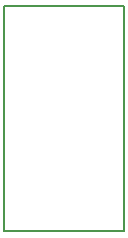
<source format=gm1>
G04 #@! TF.FileFunction,Profile,NP*
%FSLAX46Y46*%
G04 Gerber Fmt 4.6, Leading zero omitted, Abs format (unit mm)*
G04 Created by KiCad (PCBNEW 4.0.0-stable) date Monday, January 25, 2016 'PMt' 02:12:06 PM*
%MOMM*%
G01*
G04 APERTURE LIST*
%ADD10C,0.100000*%
%ADD11C,0.150000*%
G04 APERTURE END LIST*
D10*
D11*
X142240000Y-107315000D02*
X142240000Y-88265000D01*
X152400000Y-107315000D02*
X142240000Y-107315000D01*
X152400000Y-88265000D02*
X152400000Y-107315000D01*
X142240000Y-88265000D02*
X152400000Y-88265000D01*
M02*

</source>
